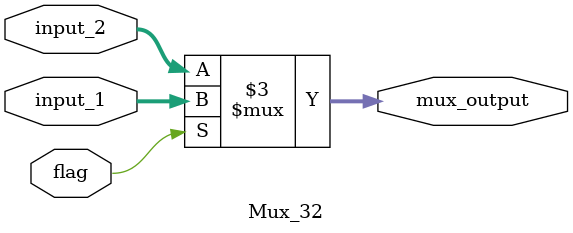
<source format=v>
module Mux_32(input_1, input_2, flag, mux_output);
	input [31:0] input_1, input_2;
	input flag;
	output reg [31:0] mux_output;
	
	always @ (*) begin
		if (flag) begin 
			mux_output <= input_1;
		end
		else begin
			mux_output <= input_2;
		end
	end 
endmodule	
</source>
